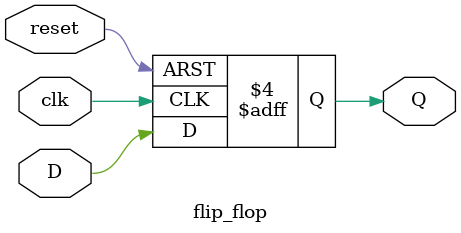
<source format=v>
`timescale 1ns / 1ps


module flip_flop(D, clk, reset,Q);
    input D, clk, reset;
    output reg Q;
    initial begin
        Q = 0;
    end
    always @(posedge clk or negedge reset) begin
        if (reset == 0) begin
            Q <= 1'b0;
        end
        else begin
            Q <= D;
        end
    end
endmodule

</source>
